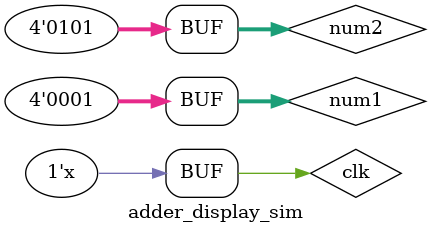
<source format=v>
`timescale 1ns / 1ps


module adder_display_sim();
reg[3:0] num1,num2;
wire[7:0] outID;
wire[7:0] out;
reg clk=0;
AdderDisplay test1(.num1(num1),.num2(num2),.outID(outID),.out(out),.clk(clk));
always
begin
#10 clk= ~clk;
end
initial
begin
  num1 = 3;
  num2 = 2;
  #50
  num1 = 1;
  num2 = 5;
end
endmodule

</source>
